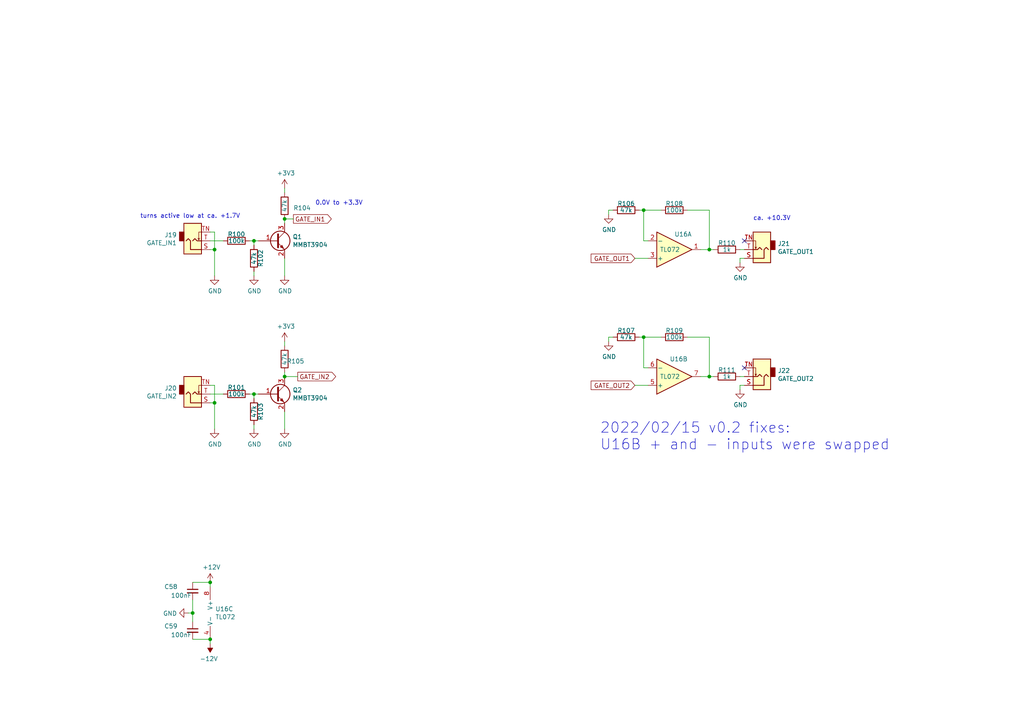
<source format=kicad_sch>
(kicad_sch (version 20211123) (generator eeschema)
  (paper "A4")
  (lib_symbols
    (symbol "Amplifier_Operational:TL072" (pin_names (offset 0.127))
      (property "Reference" "U" (at 0 5.08 0))
      (property "Value" "TL072" (at 0 -5.08 0))
      (symbol "TL072_1_1"
        (polyline (pts (xy -5.08 5.08) (xy 5.08 0) (xy -5.08 -5.08) (xy -5.08 5.08)) (stroke (width 0.254)) (fill (type background)))
        (pin output line (at 7.62 0 180) (length 2.54) (name "~") (number "1"))
        (pin input line (at -7.62 -2.54 0) (length 2.54) (name "-") (number "2"))
        (pin input line (at -7.62 2.54 0) (length 2.54) (name "+") (number "3"))
      )
      (symbol "TL072_2_1"
        (polyline (pts (xy -5.08 5.08) (xy 5.08 0) (xy -5.08 -5.08) (xy -5.08 5.08)) (stroke (width 0.254)) (fill (type background)))
        (pin input line (at -7.62 2.54 0) (length 2.54) (name "+") (number "5"))
        (pin input line (at -7.62 -2.54 0) (length 2.54) (name "-") (number "6"))
        (pin output line (at 7.62 0 180) (length 2.54) (name "~") (number "7"))
      )
      (symbol "TL072_3_1"
        (pin power_in line (at -2.54 -7.62 90) (length 3.81) (name "V-") (number "4"))
        (pin power_in line (at -2.54 7.62 270) (length 3.81) (name "V+") (number "8"))
      )
    )
    (symbol "Connector:AudioJack2_SwitchT"
      (property "Reference" "J" (at 0 8.89 0))
      (property "Value" "AudioJack2_SwitchT" (at 0 6.35 0))
      (symbol "AudioJack2_SwitchT_0_1"
        (rectangle (start -2.54 0) (end -3.81 -2.54) (stroke (width 0.254)) (fill (type outline)))
        (polyline (pts (xy 1.778 -0.254) (xy 2.032 -0.762)))
        (polyline (pts (xy 0 0) (xy 0.635 -0.635) (xy 1.27 0) (xy 2.54 0)) (stroke (width 0.254)))
        (polyline (pts (xy 2.54 -2.54) (xy 1.778 -2.54) (xy 1.778 -0.254) (xy 1.524 -0.762)))
        (polyline (pts (xy 2.54 2.54) (xy -0.635 2.54) (xy -0.635 0) (xy -1.27 -0.635) (xy -1.905 0)) (stroke (width 0.254)))
        (rectangle (start 2.54 3.81) (end -2.54 -5.08) (stroke (width 0.254)) (fill (type background)))
      )
      (symbol "AudioJack2_SwitchT_1_1"
        (pin passive line (at 5.08 2.54 180) (length 2.54) (name "~") (number "S"))
        (pin passive line (at 5.08 0 180) (length 2.54) (name "~") (number "T"))
        (pin passive line (at 5.08 -2.54 180) (length 2.54) (name "~") (number "TN"))
      )
    )
    (symbol "Device:C_Small" (pin_numbers hide) (pin_names (offset 0.254) hide)
      (property "Reference" "C" (at 0.254 1.778 0))
      (property "Value" "C_Small" (at 0.254 -2.032 0))
      (symbol "C_Small_0_1"
        (polyline (pts (xy -1.524 -0.508) (xy 1.524 -0.508)) (stroke (width 0.3302)))
        (polyline (pts (xy -1.524 0.508) (xy 1.524 0.508)) (stroke (width 0.3048)))
      )
      (symbol "C_Small_1_1"
        (pin passive line (at 0 2.54 270) (length 2.032) (name "~") (number "1"))
        (pin passive line (at 0 -2.54 90) (length 2.032) (name "~") (number "2"))
      )
    )
    (symbol "Device:R" (pin_numbers hide) (pin_names (offset 0))
      (property "Reference" "R" (at 2.032 0 90))
      (property "Value" "R" (at 0 0 90))
      (symbol "R_0_1"
        (rectangle (start -1.016 -2.54) (end 1.016 2.54) (stroke (width 0.254)))
      )
      (symbol "R_1_1"
        (pin passive line (at 0 3.81 270) (length 1.27) (name "~") (number "1"))
        (pin passive line (at 0 -3.81 90) (length 1.27) (name "~") (number "2"))
      )
    )
    (symbol "Transistor_BJT:MMBT3904" (pin_names (offset 0) hide)
      (property "Reference" "Q" (at 5.08 1.905 0))
      (property "Value" "MMBT3904" (at 5.08 0 0))
      (symbol "MMBT3904_0_1"
        (polyline (pts (xy 0.635 0.635) (xy 2.54 2.54)))
        (polyline (pts (xy 0.635 -0.635) (xy 2.54 -2.54) (xy 2.54 -2.54)))
        (polyline (pts (xy 0.635 1.905) (xy 0.635 -1.905) (xy 0.635 -1.905)) (stroke (width 0.508)))
        (polyline (pts (xy 1.27 -1.778) (xy 1.778 -1.27) (xy 2.286 -2.286) (xy 1.27 -1.778) (xy 1.27 -1.778)) (fill (type outline)))
        (circle (center 1.27 0) (radius 2.8194) (stroke (width 0.254)))
      )
      (symbol "MMBT3904_1_1"
        (pin input line (at -5.08 0 0) (length 5.715) (name "B") (number "1"))
        (pin passive line (at 2.54 -5.08 90) (length 2.54) (name "E") (number "2"))
        (pin passive line (at 2.54 5.08 270) (length 2.54) (name "C") (number "3"))
      )
    )
    (symbol "power:+12V" (power) (pin_names (offset 0))
      (property "Value" "+12V" (at 0 3.556 0))
      (symbol "+12V_0_1"
        (polyline (pts (xy -0.762 1.27) (xy 0 2.54)))
        (polyline (pts (xy 0 0) (xy 0 2.54)))
        (polyline (pts (xy 0 2.54) (xy 0.762 1.27)))
      )
      (symbol "+12V_1_1"
        (pin power_in line (at 0 0 90) (length 0) hide (name "+12V") (number "1"))
      )
    )
    (symbol "power:+3.3V" (power) (pin_names (offset 0))
      (property "Value" "+3.3V" (at 0 3.556 0))
      (symbol "+3.3V_0_1"
        (polyline (pts (xy -0.762 1.27) (xy 0 2.54)))
        (polyline (pts (xy 0 0) (xy 0 2.54)))
        (polyline (pts (xy 0 2.54) (xy 0.762 1.27)))
      )
      (symbol "+3.3V_1_1"
        (pin power_in line (at 0 0 90) (length 0) hide (name "+3V3") (number "1"))
      )
    )
    (symbol "power:-12V" (power) (pin_names (offset 0))
      (property "Value" "-12V" (at 0 3.81 0))
      (symbol "-12V_0_0"
        (pin power_in line (at 0 0 90) (length 0) hide (name "-12V") (number "1"))
      )
      (symbol "-12V_0_1"
        (polyline (pts (xy 0 0) (xy 0 1.27) (xy 0.762 1.27) (xy 0 2.54) (xy -0.762 1.27) (xy 0 1.27)) (fill (type outline)))
      )
    )
    (symbol "power:GND" (power) (pin_names (offset 0))
      (property "Value" "GND" (at 0 -3.81 0))
      (symbol "GND_0_1"
        (polyline (pts (xy 0 0) (xy 0 -1.27) (xy 1.27 -1.27) (xy 0 -2.54) (xy -1.27 -1.27) (xy 0 -1.27)))
      )
      (symbol "GND_1_1"
        (pin power_in line (at 0 0 270) (length 0) hide (name "GND") (number "1"))
      )
    )
  )
  (junction (at 82.55 63.5))
  (junction (at 73.66 114.3))
  (junction (at 82.55 109.22))
  (junction (at 186.69 97.79))
  (junction (at 62.23 72.39))
  (junction (at 55.88 177.8))
  (junction (at 62.23 116.84))
  (junction (at 73.66 69.85))
  (junction (at 186.69 60.96))
  (junction (at 205.74 109.22))
  (junction (at 205.74 72.39))
  (junction (at 60.96 185.42))
  (junction (at 60.96 168.91))
  (no_connect (at 215.9 106.68))
  (no_connect (at 215.9 69.85))
  (wire (pts (xy 215.9 109.22) (xy 214.63 109.22)))
  (wire (pts (xy 62.23 72.39) (xy 62.23 67.31)))
  (wire (pts (xy 55.88 168.91) (xy 60.96 168.91)))
  (wire (pts (xy 205.74 97.79) (xy 205.74 109.22)))
  (wire (pts (xy 60.96 186.69) (xy 60.96 185.42)))
  (wire (pts (xy 207.01 109.22) (xy 205.74 109.22)))
  (wire (pts (xy 62.23 116.84) (xy 60.96 116.84)))
  (wire (pts (xy 62.23 124.46) (xy 62.23 116.84)))
  (wire (pts (xy 60.96 114.3) (xy 64.77 114.3)))
  (wire (pts (xy 82.55 107.95) (xy 82.55 109.22)))
  (wire (pts (xy 199.39 60.96) (xy 205.74 60.96)))
  (wire (pts (xy 62.23 111.76) (xy 60.96 111.76)))
  (wire (pts (xy 60.96 69.85) (xy 64.77 69.85)))
  (wire (pts (xy 214.63 113.03) (xy 214.63 111.76)))
  (wire (pts (xy 186.69 60.96) (xy 191.77 60.96)))
  (wire (pts (xy 176.53 97.79) (xy 177.8 97.79)))
  (wire (pts (xy 73.66 114.3) (xy 72.39 114.3)))
  (wire (pts (xy 62.23 116.84) (xy 62.23 111.76)))
  (wire (pts (xy 82.55 80.01) (xy 82.55 74.93)))
  (wire (pts (xy 205.74 72.39) (xy 203.2 72.39)))
  (wire (pts (xy 73.66 69.85) (xy 72.39 69.85)))
  (wire (pts (xy 86.36 109.22) (xy 82.55 109.22)))
  (wire (pts (xy 74.93 69.85) (xy 73.66 69.85)))
  (wire (pts (xy 54.61 177.8) (xy 55.88 177.8)))
  (wire (pts (xy 186.69 97.79) (xy 191.77 97.79)))
  (wire (pts (xy 205.74 109.22) (xy 203.2 109.22)))
  (wire (pts (xy 55.88 173.99) (xy 55.88 177.8)))
  (wire (pts (xy 176.53 99.06) (xy 176.53 97.79)))
  (wire (pts (xy 82.55 63.5) (xy 82.55 64.77)))
  (wire (pts (xy 62.23 80.01) (xy 62.23 72.39)))
  (wire (pts (xy 186.69 69.85) (xy 186.69 60.96)))
  (wire (pts (xy 55.88 177.8) (xy 55.88 180.34)))
  (wire (pts (xy 82.55 99.06) (xy 82.55 100.33)))
  (wire (pts (xy 176.53 60.96) (xy 177.8 60.96)))
  (wire (pts (xy 74.93 114.3) (xy 73.66 114.3)))
  (wire (pts (xy 215.9 72.39) (xy 214.63 72.39)))
  (wire (pts (xy 73.66 71.12) (xy 73.66 69.85)))
  (wire (pts (xy 82.55 54.61) (xy 82.55 55.88)))
  (wire (pts (xy 184.15 111.76) (xy 187.96 111.76)))
  (wire (pts (xy 73.66 115.57) (xy 73.66 114.3)))
  (wire (pts (xy 185.42 60.96) (xy 186.69 60.96)))
  (wire (pts (xy 60.96 168.91) (xy 60.96 170.18)))
  (wire (pts (xy 187.96 106.68) (xy 186.69 106.68)))
  (wire (pts (xy 214.63 111.76) (xy 215.9 111.76)))
  (wire (pts (xy 185.42 97.79) (xy 186.69 97.79)))
  (wire (pts (xy 214.63 74.93) (xy 215.9 74.93)))
  (wire (pts (xy 60.96 185.42) (xy 55.88 185.42)))
  (wire (pts (xy 62.23 67.31) (xy 60.96 67.31)))
  (wire (pts (xy 205.74 60.96) (xy 205.74 72.39)))
  (wire (pts (xy 184.15 74.93) (xy 187.96 74.93)))
  (wire (pts (xy 207.01 72.39) (xy 205.74 72.39)))
  (wire (pts (xy 176.53 62.23) (xy 176.53 60.96)))
  (wire (pts (xy 73.66 80.01) (xy 73.66 78.74)))
  (wire (pts (xy 187.96 69.85) (xy 186.69 69.85)))
  (wire (pts (xy 85.09 63.5) (xy 82.55 63.5)))
  (wire (pts (xy 73.66 124.46) (xy 73.66 123.19)))
  (wire (pts (xy 186.69 106.68) (xy 186.69 97.79)))
  (wire (pts (xy 214.63 76.2) (xy 214.63 74.93)))
  (wire (pts (xy 199.39 97.79) (xy 205.74 97.79)))
  (wire (pts (xy 62.23 72.39) (xy 60.96 72.39)))
  (wire (pts (xy 82.55 124.46) (xy 82.55 119.38)))
  (text "0.0V to +3.3V" (at 91.44 59.69 0) (effects (font (size 1.27 1.27)) (justify left bottom)))
  (text "2022/02/15 v0.2 fixes:\nU16B + and - inputs were swapped\n" (at 173.99 130.81 0) (effects (font (size 2.9972 2.9972)) (justify left bottom)))
  (text "ca. +10.3V" (at 218.44 64.135 0) (effects (font (size 1.27 1.27)) (justify left bottom)))
  (text "turns active low at ca. +1.7V" (at 40.64 63.5 0) (effects (font (size 1.27 1.27)) (justify left bottom)))
  (global_label "GATE_IN1" (shape output) (at 85.09 63.5 0) (property "Intersheet References" "${INTERSHEET_REFS}" (effects hide)))
  (global_label "GATE_OUT2" (shape input) (at 184.15 111.76 180) (property "Intersheet References" "${INTERSHEET_REFS}" (effects hide)))
  (global_label "GATE_OUT1" (shape input) (at 184.15 74.93 180) (property "Intersheet References" "${INTERSHEET_REFS}" (effects hide)))
  (global_label "GATE_IN2" (shape output) (at 86.36 109.22 0) (property "Intersheet References" "${INTERSHEET_REFS}" (effects hide)))
  (symbol (lib_id "Connector:AudioJack2_SwitchT") (at 55.88 69.85 0) (mirror x) (unit 1)
    (property "Reference" "J19" (at 51.308 68.1482 0) (effects (justify right)))
    (property "Value" "GATE_IN1" (at 51.308 70.4596 0) (effects (justify right)))
    (property "Footprint" "foots:WQP-PJ301M" (effects hide))
    (property "LCSC" "-" (effects hide))
  )
  (symbol (lib_id "power:GND") (at 62.23 80.01 0) (unit 1)
    (property "Reference" "#PWR0143" (effects hide))
    (property "Value" "GND" (at 62.357 84.4042 0))
  )
  (symbol (lib_id "Device:R") (at 68.58 69.85 270) (unit 1)
    (property "Reference" "R100" (at 68.58 67.945 90))
    (property "Value" "100k" (at 68.58 69.85 90))
    (property "Footprint" "Resistor_SMD:R_0603_1608Metric" (effects hide))
    (property "LCSC" "C25803" (effects hide))
  )
  (symbol (lib_id "Device:R") (at 73.66 74.93 180) (unit 1)
    (property "Reference" "R102" (at 75.565 74.93 90))
    (property "Value" "47k" (at 73.66 74.93 90))
    (property "Footprint" "Resistor_SMD:R_0603_1608Metric" (effects hide))
    (property "LCSC" "C25819" (effects hide))
  )
  (symbol (lib_id "power:GND") (at 73.66 80.01 0) (unit 1)
    (property "Reference" "#PWR0148" (effects hide))
    (property "Value" "GND" (at 73.787 84.4042 0))
  )
  (symbol (lib_id "Transistor_BJT:MMBT3904") (at 80.01 69.85 0) (unit 1)
    (property "Reference" "Q1" (at 84.8614 68.6816 0) (effects (justify left)))
    (property "Value" "MMBT3904" (at 84.8614 70.993 0) (effects (justify left)))
    (property "Footprint" "Package_TO_SOT_SMD:SOT-23W" (effects hide))
    (property "Datasheet" "https://www.onsemi.com/pub/Collateral/2N3903-D.PDF" (effects hide))
    (property "LCSC" "C20526" (effects hide))
  )
  (symbol (lib_id "power:GND") (at 82.55 80.01 0) (unit 1)
    (property "Reference" "#PWR0151" (effects hide))
    (property "Value" "GND" (at 82.677 84.4042 0))
  )
  (symbol (lib_id "Device:R") (at 82.55 59.69 180) (unit 1)
    (property "Reference" "R104" (at 87.63 60.325 0))
    (property "Value" "47k" (at 82.55 59.69 90))
    (property "Footprint" "Resistor_SMD:R_0603_1608Metric" (effects hide))
    (property "LCSC" "C25819" (effects hide))
  )
  (symbol (lib_id "Connector:AudioJack2_SwitchT") (at 55.88 114.3 0) (mirror x) (unit 1)
    (property "Reference" "J20" (at 51.308 112.5982 0) (effects (justify right)))
    (property "Value" "GATE_IN2" (at 51.308 114.9096 0) (effects (justify right)))
    (property "Footprint" "foots:WQP-PJ301M" (effects hide))
    (property "LCSC" "-" (effects hide))
  )
  (symbol (lib_id "power:GND") (at 62.23 124.46 0) (unit 1)
    (property "Reference" "#PWR0144" (effects hide))
    (property "Value" "GND" (at 62.357 128.8542 0))
  )
  (symbol (lib_id "Device:R") (at 68.58 114.3 270) (unit 1)
    (property "Reference" "R101" (at 68.58 112.395 90))
    (property "Value" "100k" (at 68.58 114.3 90))
    (property "Footprint" "Resistor_SMD:R_0603_1608Metric" (effects hide))
    (property "LCSC" "C25803" (effects hide))
  )
  (symbol (lib_id "Device:R") (at 73.66 119.38 180) (unit 1)
    (property "Reference" "R103" (at 75.565 119.38 90))
    (property "Value" "47k" (at 73.66 119.38 90))
    (property "Footprint" "Resistor_SMD:R_0603_1608Metric" (effects hide))
    (property "LCSC" "C25819" (effects hide))
  )
  (symbol (lib_id "power:GND") (at 73.66 124.46 0) (unit 1)
    (property "Reference" "#PWR0149" (effects hide))
    (property "Value" "GND" (at 73.787 128.8542 0))
  )
  (symbol (lib_id "Transistor_BJT:MMBT3904") (at 80.01 114.3 0) (unit 1)
    (property "Reference" "Q2" (at 84.8614 113.1316 0) (effects (justify left)))
    (property "Value" "MMBT3904" (at 84.8614 115.443 0) (effects (justify left)))
    (property "Footprint" "Package_TO_SOT_SMD:SOT-23W" (effects hide))
    (property "Datasheet" "https://www.onsemi.com/pub/Collateral/2N3903-D.PDF" (effects hide))
    (property "LCSC" "C20526" (effects hide))
  )
  (symbol (lib_id "power:GND") (at 82.55 124.46 0) (unit 1)
    (property "Reference" "#PWR0153" (effects hide))
    (property "Value" "GND" (at 82.677 128.8542 0))
  )
  (symbol (lib_id "Device:R") (at 82.55 104.14 180) (unit 1)
    (property "Reference" "R105" (at 85.725 104.775 0))
    (property "Value" "47k" (at 82.55 104.14 90))
    (property "Footprint" "Resistor_SMD:R_0603_1608Metric" (effects hide))
    (property "LCSC" "C25819" (effects hide))
  )
  (symbol (lib_id "Amplifier_Operational:TL072") (at 195.58 72.39 0) (mirror x) (unit 1)
    (property "Reference" "U16" (at 198.12 67.945 0))
    (property "Value" "TL072" (at 194.31 72.39 0))
    (property "Footprint" "Package_SO:SOIC-8_3.9x4.9mm_P1.27mm" (effects hide))
    (property "Datasheet" "http://www.ti.com/lit/ds/symlink/tl071.pdf" (effects hide))
    (property "LCSC" "C6961" (effects hide))
  )
  (symbol (lib_id "Device:R") (at 195.58 60.96 270) (unit 1)
    (property "Reference" "R108" (at 195.58 59.055 90))
    (property "Value" "100k" (at 195.58 60.96 90))
    (property "Footprint" "Resistor_SMD:R_0603_1608Metric" (effects hide))
    (property "LCSC" "C25808" (effects hide))
  )
  (symbol (lib_id "Device:R") (at 181.61 60.96 270) (unit 1)
    (property "Reference" "R106" (at 181.61 59.055 90))
    (property "Value" "47k" (at 181.61 60.96 90))
    (property "Footprint" "Resistor_SMD:R_0603_1608Metric" (effects hide))
    (property "LCSC" "C23196" (effects hide))
  )
  (symbol (lib_id "power:GND") (at 176.53 62.23 0) (unit 1)
    (property "Reference" "#PWR0154" (effects hide))
    (property "Value" "GND" (at 176.657 66.6242 0))
  )
  (symbol (lib_id "Device:R") (at 210.82 72.39 270) (unit 1)
    (property "Reference" "R110" (at 210.82 70.485 90))
    (property "Value" "1k" (at 210.82 72.39 90))
    (property "Footprint" "Resistor_SMD:R_0603_1608Metric" (effects hide))
    (property "LCSC" "C21190" (effects hide))
  )
  (symbol (lib_id "Connector:AudioJack2_SwitchT") (at 220.98 72.39 180) (unit 1)
    (property "Reference" "J21" (at 225.552 70.6882 0) (effects (justify right)))
    (property "Value" "GATE_OUT1" (at 225.552 72.9996 0) (effects (justify right)))
    (property "Footprint" "foots:WQP-PJ301M" (effects hide))
    (property "LCSC" "-" (effects hide))
  )
  (symbol (lib_id "power:GND") (at 214.63 76.2 0) (unit 1)
    (property "Reference" "#PWR0156" (effects hide))
    (property "Value" "GND" (at 214.757 80.5942 0))
  )
  (symbol (lib_id "Amplifier_Operational:TL072") (at 195.58 109.22 0) (mirror x) (unit 2)
    (property "Reference" "U16" (at 196.85 104.14 0))
    (property "Value" "TL072" (at 194.31 109.22 0))
    (property "Footprint" "Package_SO:SOIC-8_3.9x4.9mm_P1.27mm" (effects hide))
    (property "Datasheet" "http://www.ti.com/lit/ds/symlink/tl071.pdf" (effects hide))
    (property "LCSC" "C6961" (effects hide))
  )
  (symbol (lib_id "Amplifier_Operational:TL072") (at 63.5 177.8 0) (unit 3)
    (property "Reference" "U16" (at 62.4332 176.6316 0) (effects (justify left)))
    (property "Value" "TL072" (at 62.4332 178.943 0) (effects (justify left)))
    (property "Footprint" "Package_SO:SOIC-8_3.9x4.9mm_P1.27mm" (effects hide))
    (property "Datasheet" "http://www.ti.com/lit/ds/symlink/tl071.pdf" (effects hide))
    (property "LCSC" "C6961" (effects hide))
  )
  (symbol (lib_id "Device:C_Small") (at 55.88 171.45 0) (unit 1)
    (property "Reference" "C58" (at 47.625 170.18 0) (effects (justify left)))
    (property "Value" "100nF" (at 49.53 172.72 0) (effects (justify left)))
    (property "Footprint" "Capacitor_SMD:C_0603_1608Metric" (effects hide))
    (property "LCSC" "C14663" (effects hide))
  )
  (symbol (lib_id "power:+12V") (at 60.96 168.91 0) (unit 1)
    (property "Reference" "#PWR0146" (effects hide))
    (property "Value" "+12V" (at 61.341 164.5158 0))
  )
  (symbol (lib_id "power:-12V") (at 60.96 186.69 180) (unit 1)
    (property "Reference" "#PWR0147" (effects hide))
    (property "Value" "-12V" (at 60.579 191.0842 0))
  )
  (symbol (lib_id "power:+3.3V") (at 82.55 54.61 0) (unit 1)
    (property "Reference" "#PWR0150" (effects hide))
    (property "Value" "+3.3V" (at 82.931 50.2158 0))
  )
  (symbol (lib_id "power:+3.3V") (at 82.55 99.06 0) (unit 1)
    (property "Reference" "#PWR0152" (effects hide))
    (property "Value" "+3.3V" (at 82.931 94.6658 0))
  )
  (symbol (lib_id "Device:R") (at 195.58 97.79 270) (unit 1)
    (property "Reference" "R109" (at 195.58 95.885 90))
    (property "Value" "100k" (at 195.58 97.79 90))
    (property "Footprint" "Resistor_SMD:R_0603_1608Metric" (effects hide))
    (property "LCSC" "C25808" (effects hide))
  )
  (symbol (lib_id "Device:R") (at 181.61 97.79 270) (unit 1)
    (property "Reference" "R107" (at 181.61 95.885 90))
    (property "Value" "47k" (at 181.61 97.79 90))
    (property "Footprint" "Resistor_SMD:R_0603_1608Metric" (effects hide))
    (property "LCSC" "C23196" (effects hide))
  )
  (symbol (lib_id "power:GND") (at 176.53 99.06 0) (unit 1)
    (property "Reference" "#PWR0155" (effects hide))
    (property "Value" "GND" (at 176.657 103.4542 0))
  )
  (symbol (lib_id "Device:R") (at 210.82 109.22 270) (unit 1)
    (property "Reference" "R111" (at 210.82 107.315 90))
    (property "Value" "1k" (at 210.82 109.22 90))
    (property "Footprint" "Resistor_SMD:R_0603_1608Metric" (effects hide))
    (property "LCSC" "C21190" (effects hide))
  )
  (symbol (lib_id "Connector:AudioJack2_SwitchT") (at 220.98 109.22 180) (unit 1)
    (property "Reference" "J22" (at 225.552 107.5182 0) (effects (justify right)))
    (property "Value" "GATE_OUT2" (at 225.552 109.8296 0) (effects (justify right)))
    (property "Footprint" "foots:WQP-PJ301M" (effects hide))
    (property "LCSC" "-" (effects hide))
  )
  (symbol (lib_id "power:GND") (at 214.63 113.03 0) (unit 1)
    (property "Reference" "#PWR0157" (effects hide))
    (property "Value" "GND" (at 214.757 117.4242 0))
  )
  (symbol (lib_id "Device:C_Small") (at 55.88 182.88 0) (unit 1)
    (property "Reference" "C59" (at 47.625 181.61 0) (effects (justify left)))
    (property "Value" "100nF" (at 49.53 184.15 0) (effects (justify left)))
    (property "Footprint" "Capacitor_SMD:C_0603_1608Metric" (effects hide))
    (property "LCSC" "C14663" (effects hide))
  )
  (symbol (lib_id "power:GND") (at 54.61 177.8 270) (unit 1)
    (property "Reference" "#PWR0145" (effects hide))
    (property "Value" "GND" (at 51.3588 177.927 90) (effects (justify right)))
  )
)
</source>
